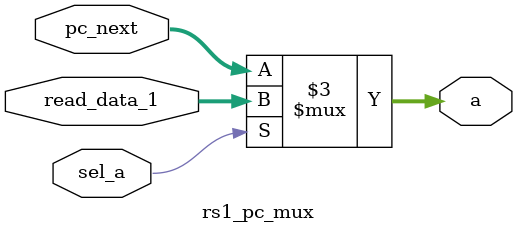
<source format=sv>
module rs1_pc_mux (
    input logic [31:0]pc_next,
    input logic [31:0]read_data_1,
    input logic       sel_a,
    output logic [31:0]     a
);
always_comb begin
    if (sel_a) begin
        a=read_data_1;
    end
    else begin
        a=pc_next;
    end
end
    
endmodule
</source>
